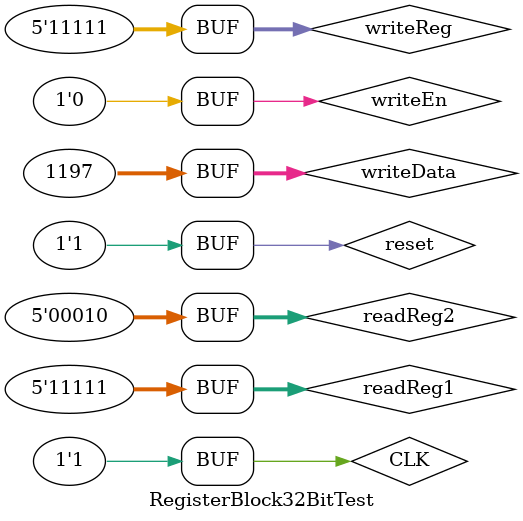
<source format=v>
`timescale 1ns / 1ps


module RegisterBlock32BitTest;

	// Inputs
	reg CLK;
	reg reset;
	reg [4:0] readReg1;
	reg [4:0] readReg2;
	reg [4:0] writeReg;
	reg writeEn;
	reg [31:0] writeData;

	// Outputs
	wire [31:0] outReg1;
	wire [31:0] outReg2;

	// Instantiate the Unit Under Test (UUT)
	RegisterBlock32Bit uut (
		.CLK(CLK), 
		.reset(reset), 
		.readReg1(readReg1), 
		.readReg2(readReg2), 
		.writeReg(writeReg), 
		.writeEn(writeEn), 
		.writeData(writeData), 
		.outReg1(outReg1), 
		.outReg2(outReg2)
	);

	initial begin
		// Initialize Inputs
		CLK = 0;
		reset = 0;
		readReg1 = 0;
		readReg2 = 0;
		writeReg = 0;
		writeEn = 0;
		writeData = 0;

		// Wait 100 ns for global reset to finish
		#100;
        
		// Add stimulus here
		
		// reset all register to zero
		#50;
		CLK = 1;
		reset = 1;
		
		#50;
		CLK = 0;
		writeEn = 0;
		reset = 0;
		
		#50;
		CLK = 1;
		writeEn = 1;
		writeReg = 1;
		writeData = 15;
		
		#50;
		CLK = 0;
		writeEn = 0;
		
		#50;
		CLK = 1;
		writeEn = 1;
		writeReg = 2;
		writeData = 30;
		
		#50;
		CLK = 0;
		writeEn = 0;
		
		#50;
		CLK = 1;
		writeEn = 1;
		writeReg = 31;
		writeData = 32'b10010101101;
		
		#50;
		CLK = 0;
		writeEn = 0;
		
		#50;
		CLK = 1;
		readReg1 = 1;
		readReg2 = 2;		
		
		#50;
		CLK = 0;
		writeEn = 0;
		
		#50;
		CLK = 1;
		readReg1 = 31;
		
		#50;
		CLK = 0;
		writeEn = 0;
		
		#50;
		CLK = 1;
		reset = 1;

	end
	
	initial begin
		$monitor("wd:%d, read1:%d, read2:%d, reg1:%d, reg2:%d", writeData, outReg1, outReg2, readReg1, readReg2);
	end
      
endmodule


</source>
